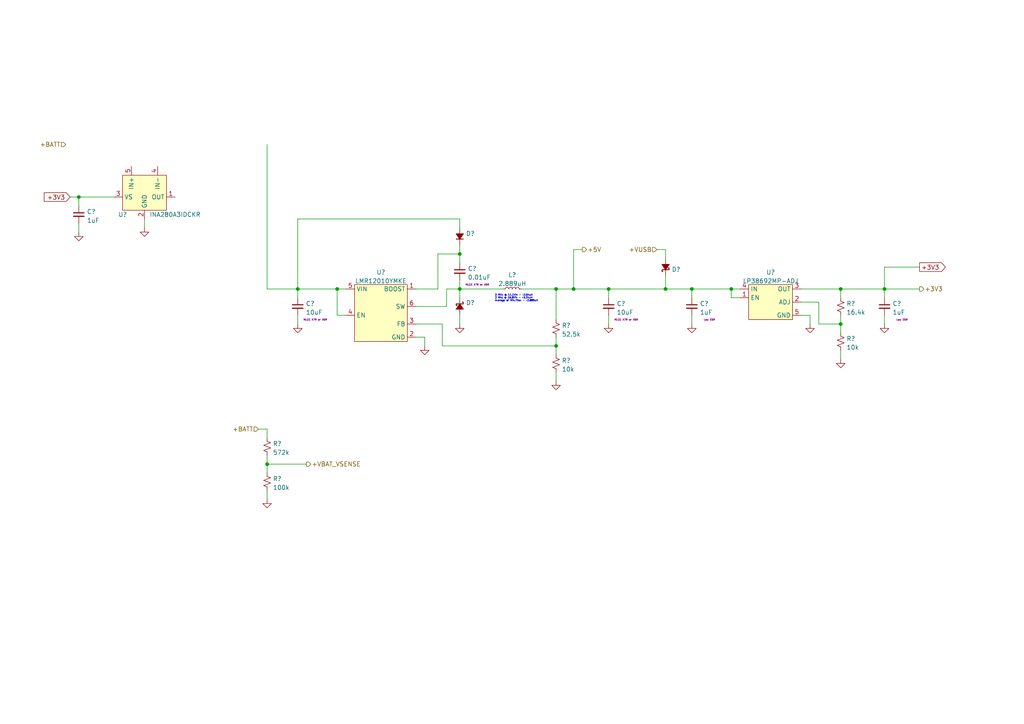
<source format=kicad_sch>
(kicad_sch (version 20211123) (generator eeschema)
  (paper "A4")
  (lib_symbols
    (symbol "Device:C_Small" (pin_numbers hide) (pin_names (offset 0.254) hide)
      (property "Reference" "C" (at 0.254 1.778 0))
      (property "Value" "C_Small" (at 0.254 -2.032 0))
      (symbol "C_Small_0_1"
        (polyline (pts (xy -1.524 -0.508) (xy 1.524 -0.508)) (stroke (width 0.3302)))
        (polyline (pts (xy -1.524 0.508) (xy 1.524 0.508)) (stroke (width 0.3048)))
      )
      (symbol "C_Small_1_1"
        (pin passive line (at 0 2.54 270) (length 2.032) (name "~") (number "1"))
        (pin passive line (at 0 -2.54 90) (length 2.032) (name "~") (number "2"))
      )
    )
    (symbol "Device:D_Schottky_Small_Filled" (pin_numbers hide) (pin_names (offset 0.254) hide)
      (property "Reference" "D" (at -1.27 2.032 0))
      (property "Value" "D_Schottky_Small_Filled" (at -7.112 -2.032 0))
      (symbol "D_Schottky_Small_Filled_0_1"
        (polyline (pts (xy -0.762 0) (xy 0.762 0)))
        (polyline (pts (xy 0.762 -1.016) (xy -0.762 0) (xy 0.762 1.016) (xy 0.762 -1.016)) (stroke (width 0.254)) (fill (type outline)))
        (polyline (pts (xy -1.27 0.762) (xy -1.27 1.016) (xy -0.762 1.016) (xy -0.762 -1.016) (xy -0.254 -1.016) (xy -0.254 -0.762)) (stroke (width 0.254)))
      )
      (symbol "D_Schottky_Small_Filled_1_1"
        (pin passive line (at -2.54 0 0) (length 1.778) (name "K") (number "1"))
        (pin passive line (at 2.54 0 180) (length 1.778) (name "A") (number "2"))
      )
    )
    (symbol "Device:D_Small_Filled" (pin_numbers hide) (pin_names (offset 0.254) hide)
      (property "Reference" "D" (at -1.27 2.032 0))
      (property "Value" "D_Small_Filled" (at -3.81 -2.032 0))
      (symbol "D_Small_Filled_0_1"
        (polyline (pts (xy -0.762 -1.016) (xy -0.762 1.016)) (stroke (width 0.254)))
        (polyline (pts (xy -0.762 0) (xy 0.762 0)))
        (polyline (pts (xy 0.762 -1.016) (xy -0.762 0) (xy 0.762 1.016) (xy 0.762 -1.016)) (stroke (width 0.254)) (fill (type outline)))
      )
      (symbol "D_Small_Filled_1_1"
        (pin passive line (at -2.54 0 0) (length 1.778) (name "K") (number "1"))
        (pin passive line (at 2.54 0 180) (length 1.778) (name "A") (number "2"))
      )
    )
    (symbol "Device:L_Small" (pin_numbers hide) (pin_names (offset 0.254) hide)
      (property "Reference" "L" (at 0.762 1.016 0))
      (property "Value" "L_Small" (at 0.762 -1.016 0))
      (symbol "L_Small_0_1"
        (arc (start 0 -2.032) (mid 0.508 -1.524) (end 0 -1.016))
        (arc (start 0 -1.016) (mid 0.508 -0.508) (end 0 0))
        (arc (start 0 0) (mid 0.508 0.508) (end 0 1.016))
        (arc (start 0 1.016) (mid 0.508 1.524) (end 0 2.032))
      )
      (symbol "L_Small_1_1"
        (pin passive line (at 0 2.54 270) (length 0.508) (name "~") (number "1"))
        (pin passive line (at 0 -2.54 90) (length 0.508) (name "~") (number "2"))
      )
    )
    (symbol "Device:R_Small_US" (pin_numbers hide) (pin_names (offset 0.254) hide)
      (property "Reference" "R" (at 0.762 0.508 0))
      (property "Value" "R_Small_US" (at 0.762 -1.016 0))
      (symbol "R_Small_US_1_1"
        (polyline (pts (xy 0 0) (xy 1.016 -0.381) (xy 0 -0.762) (xy -1.016 -1.143) (xy 0 -1.524)))
        (polyline (pts (xy 0 1.524) (xy 1.016 1.143) (xy 0 0.762) (xy -1.016 0.381) (xy 0 0)))
        (pin passive line (at 0 2.54 270) (length 1.016) (name "~") (number "1"))
        (pin passive line (at 0 -2.54 90) (length 1.016) (name "~") (number "2"))
      )
    )
    (symbol "ProjectSymbols:INA280A3IDCKR"
      (property "Reference" "U" (at 0 30.48 0))
      (property "Value" "INA280A3IDCKR" (at 0 30.48 0))
      (symbol "INA280A3IDCKR_0_0"
        (pin output line (at 2.54 3.81 180) (length 2.54) (name "OUT") (number "1"))
        (pin power_in line (at -6.35 -2.54 90) (length 2.54) (name "GND") (number "2"))
        (pin power_in line (at -15.24 3.81 0) (length 2.54) (name "VS") (number "3"))
        (pin input line (at -2.54 12.7 270) (length 2.54) (name "IN-") (number "4"))
        (pin input line (at -10.16 12.7 270) (length 2.54) (name "IN+") (number "5"))
      )
      (symbol "INA280A3IDCKR_0_1"
        (rectangle (start -12.7 10.16) (end 0 0) (fill (type background)))
      )
    )
    (symbol "ProjectSymbols:LMR12010YMKE"
      (property "Reference" "U?" (at 0 8.6528 0))
      (property "Value" "LMR12010YMKE" (at 0 6.1159 0))
      (symbol "LMR12010YMKE_0_0"
        (pin input line (at 10.16 3.81 180) (length 2.54) (name "BOOST") (number "1"))
        (pin power_in line (at 10.16 -10.16 180) (length 2.54) (name "GND") (number "2"))
        (pin input line (at 10.16 -6.35 180) (length 2.54) (name "FB") (number "3"))
        (pin input line (at -10.16 -3.81 0) (length 2.54) (name "EN") (number "4"))
        (pin power_in line (at -10.16 3.81 0) (length 2.54) (name "VIN") (number "5"))
        (pin output line (at 10.16 -1.27 180) (length 2.54) (name "SW") (number "6"))
      )
      (symbol "LMR12010YMKE_0_1"
        (rectangle (start -7.62 5.08) (end 7.62 -11.43) (fill (type background)))
      )
    )
    (symbol "ProjectSymbols:LP38692MP-ADJ"
      (property "Reference" "U" (at -5.08 6.35 0))
      (property "Value" "LP38692MP-ADJ" (at 0 -6.35 0))
      (symbol "LP38692MP-ADJ_0_0"
        (pin input line (at -8.89 1.27 0) (length 2.54) (name "EN") (number "1"))
        (pin input line (at 8.89 0 180) (length 2.54) (name "ADJ") (number "2"))
        (pin power_out line (at 8.89 3.81 180) (length 2.54) (name "OUT") (number "3"))
        (pin power_in line (at -8.89 3.81 0) (length 2.54) (name "IN") (number "4"))
        (pin power_in line (at 8.89 -3.81 180) (length 2.54) (name "GND") (number "5"))
      )
      (symbol "LP38692MP-ADJ_0_1"
        (rectangle (start -6.35 5.08) (end 6.35 -5.08) (fill (type background)))
      )
    )
    (symbol "power:GND" (power) (pin_names (offset 0))
      (property "Value" "GND" (at 0 -3.81 0))
      (symbol "GND_0_1"
        (polyline (pts (xy 0 0) (xy 0 -1.27) (xy 1.27 -1.27) (xy 0 -2.54) (xy -1.27 -1.27) (xy 0 -1.27)))
      )
      (symbol "GND_1_1"
        (pin power_in line (at 0 0 270) (length 0) hide (name "GND") (number "1"))
      )
    )
  )
  (junction (at 161.29 100.33))
  (junction (at 212.09 83.82))
  (junction (at 133.35 83.82))
  (junction (at 256.54 83.82))
  (junction (at 176.53 83.82))
  (junction (at 243.84 83.82))
  (junction (at 97.79 83.82))
  (junction (at 166.37 83.82))
  (junction (at 22.86 57.15))
  (junction (at 243.84 93.98))
  (junction (at 133.35 73.66))
  (junction (at 86.36 83.82))
  (junction (at 161.29 83.82))
  (junction (at 77.47 134.62))
  (junction (at 200.66 83.82))
  (junction (at 193.04 83.82))
  (wire (pts (xy 129.54 83.82) (xy 133.35 83.82)))
  (wire (pts (xy 127 73.66) (xy 133.35 73.66)))
  (wire (pts (xy 120.65 97.79) (xy 123.19 97.79)))
  (wire (pts (xy 151.13 83.82) (xy 161.29 83.82)))
  (wire (pts (xy 176.53 86.36) (xy 176.53 83.82)))
  (wire (pts (xy 86.36 63.5) (xy 133.35 63.5)))
  (wire (pts (xy 120.65 83.82) (xy 127 83.82)))
  (wire (pts (xy 237.49 87.63) (xy 232.41 87.63)))
  (wire (pts (xy 193.04 83.82) (xy 200.66 83.82)))
  (wire (pts (xy 41.91 63.5) (xy 41.91 66.04)))
  (wire (pts (xy 74.93 124.46) (xy 77.47 124.46)))
  (wire (pts (xy 168.91 72.39) (xy 166.37 72.39)))
  (wire (pts (xy 256.54 83.82) (xy 266.7 83.82)))
  (wire (pts (xy 212.09 83.82) (xy 212.09 86.36)))
  (wire (pts (xy 133.35 83.82) (xy 133.35 86.36)))
  (wire (pts (xy 77.47 132.08) (xy 77.47 134.62)))
  (wire (pts (xy 127 83.82) (xy 127 73.66)))
  (wire (pts (xy 193.04 72.39) (xy 193.04 74.93)))
  (wire (pts (xy 77.47 142.24) (xy 77.47 144.78)))
  (wire (pts (xy 86.36 83.82) (xy 86.36 86.36)))
  (wire (pts (xy 256.54 77.47) (xy 266.7 77.47)))
  (wire (pts (xy 256.54 91.44) (xy 256.54 93.98)))
  (wire (pts (xy 123.19 97.79) (xy 123.19 100.33)))
  (wire (pts (xy 256.54 86.36) (xy 256.54 83.82)))
  (wire (pts (xy 243.84 93.98) (xy 237.49 93.98)))
  (wire (pts (xy 86.36 91.44) (xy 86.36 93.98)))
  (wire (pts (xy 200.66 83.82) (xy 212.09 83.82)))
  (wire (pts (xy 161.29 107.95) (xy 161.29 110.49)))
  (wire (pts (xy 161.29 97.79) (xy 161.29 100.33)))
  (wire (pts (xy 22.86 57.15) (xy 33.02 57.15)))
  (wire (pts (xy 133.35 81.28) (xy 133.35 83.82)))
  (wire (pts (xy 161.29 100.33) (xy 128.27 100.33)))
  (wire (pts (xy 128.27 100.33) (xy 128.27 93.98)))
  (wire (pts (xy 77.47 124.46) (xy 77.47 127)))
  (wire (pts (xy 161.29 83.82) (xy 161.29 92.71)))
  (wire (pts (xy 166.37 83.82) (xy 161.29 83.82)))
  (wire (pts (xy 176.53 83.82) (xy 193.04 83.82)))
  (wire (pts (xy 77.47 134.62) (xy 77.47 137.16)))
  (wire (pts (xy 193.04 80.01) (xy 193.04 83.82)))
  (wire (pts (xy 120.65 88.9) (xy 129.54 88.9)))
  (wire (pts (xy 243.84 83.82) (xy 243.84 86.36)))
  (wire (pts (xy 97.79 83.82) (xy 86.36 83.82)))
  (wire (pts (xy 133.35 63.5) (xy 133.35 66.04)))
  (wire (pts (xy 243.84 91.44) (xy 243.84 93.98)))
  (wire (pts (xy 129.54 88.9) (xy 129.54 83.82)))
  (wire (pts (xy 133.35 73.66) (xy 133.35 76.2)))
  (wire (pts (xy 176.53 91.44) (xy 176.53 93.98)))
  (wire (pts (xy 77.47 134.62) (xy 88.9 134.62)))
  (wire (pts (xy 232.41 83.82) (xy 243.84 83.82)))
  (wire (pts (xy 20.32 57.15) (xy 22.86 57.15)))
  (wire (pts (xy 86.36 83.82) (xy 86.36 63.5)))
  (wire (pts (xy 212.09 83.82) (xy 214.63 83.82)))
  (wire (pts (xy 161.29 100.33) (xy 161.29 102.87)))
  (wire (pts (xy 200.66 91.44) (xy 200.66 93.98)))
  (wire (pts (xy 256.54 83.82) (xy 256.54 77.47)))
  (wire (pts (xy 232.41 91.44) (xy 234.95 91.44)))
  (wire (pts (xy 22.86 64.77) (xy 22.86 67.31)))
  (wire (pts (xy 190.5 72.39) (xy 193.04 72.39)))
  (wire (pts (xy 86.36 83.82) (xy 77.47 83.82)))
  (wire (pts (xy 100.33 91.44) (xy 97.79 91.44)))
  (wire (pts (xy 234.95 91.44) (xy 234.95 93.98)))
  (wire (pts (xy 128.27 93.98) (xy 120.65 93.98)))
  (wire (pts (xy 100.33 83.82) (xy 97.79 83.82)))
  (wire (pts (xy 237.49 93.98) (xy 237.49 87.63)))
  (wire (pts (xy 77.47 41.91) (xy 77.47 83.82)))
  (wire (pts (xy 243.84 83.82) (xy 256.54 83.82)))
  (wire (pts (xy 97.79 91.44) (xy 97.79 83.82)))
  (wire (pts (xy 133.35 91.44) (xy 133.35 93.98)))
  (wire (pts (xy 133.35 71.12) (xy 133.35 73.66)))
  (wire (pts (xy 22.86 57.15) (xy 22.86 59.69)))
  (wire (pts (xy 133.35 83.82) (xy 146.05 83.82)))
  (wire (pts (xy 243.84 101.6) (xy 243.84 104.14)))
  (wire (pts (xy 200.66 83.82) (xy 200.66 86.36)))
  (wire (pts (xy 214.63 86.36) (xy 212.09 86.36)))
  (wire (pts (xy 176.53 83.82) (xy 166.37 83.82)))
  (wire (pts (xy 166.37 72.39) (xy 166.37 83.82)))
  (wire (pts (xy 243.84 93.98) (xy 243.84 96.52)))
  (text "3 MHz @ 11.1Vin - ~2.54uH\n3 Mhz @ 16.8Vin - ~3.24uH\nAverage of Min/Max - ~2.889uH" (at 143.51 87.63 0) (effects (font (size 0.5 0.5)) (justify left bottom)))
  (global_label "+3V3" (shape output) (at 266.7 77.47 0) (property "Intersheet References" "${INTERSHEET_REFS}" (effects hide)))
  (global_label "+3V3" (shape input) (at 20.32 57.15 180) (property "Intersheet References" "${INTERSHEET_REFS}" (effects hide)))
  (hierarchical_label "+BATT" (shape input) (at 19.05 41.91 180))
  (hierarchical_label "+VUSB" (shape input) (at 190.5 72.39 180))
  (hierarchical_label "+BATT" (shape input) (at 74.93 124.46 180))
  (hierarchical_label "+3V3" (shape output) (at 266.7 83.82 0))
  (hierarchical_label "+VBAT_VSENSE" (shape output) (at 88.9 134.62 0))
  (hierarchical_label "+5V" (shape output) (at 168.91 72.39 0))
  (symbol (lib_id "power:GND") (at 133.35 93.98 0) (unit 1)
    (property "Reference" "#PWR?" (effects hide))
    (property "Value" "GND" (effects hide))
  )
  (symbol (lib_id "Device:C_Small") (at 133.35 78.74 0) (unit 1)
    (property "Reference" "C?" (at 135.6741 77.9116 0) (effects (justify left)))
    (property "Value" "0.01uF" (at 135.6741 80.4485 0) (effects (justify left)))
    (property "Note" "MLCC X7R or X5R" (at 138.43 82.55 0) (effects (font (size 0.5 0.5))))
  )
  (symbol (lib_id "power:GND") (at 243.84 104.14 0) (unit 1)
    (property "Reference" "#PWR?" (effects hide))
    (property "Value" "GND" (effects hide))
  )
  (symbol (lib_id "Device:R_Small_US") (at 77.47 129.54 0) (unit 1)
    (property "Reference" "R?" (at 79.121 128.7053 0) (effects (justify left)))
    (property "Value" "572k" (at 79.121 131.2422 0) (effects (justify left)))
  )
  (symbol (lib_id "Device:C_Small") (at 200.66 88.9 0) (unit 1)
    (property "Reference" "C?" (at 202.9841 88.0716 0) (effects (justify left)))
    (property "Value" "1uF" (at 202.9841 90.6085 0) (effects (justify left)))
    (property "Note" "Low ESR" (at 205.74 92.71 0) (effects (font (size 0.5 0.5))))
  )
  (symbol (lib_id "Device:R_Small_US") (at 77.47 139.7 0) (unit 1)
    (property "Reference" "R?" (at 79.121 138.8653 0) (effects (justify left)))
    (property "Value" "100k" (at 79.121 141.4022 0) (effects (justify left)))
  )
  (symbol (lib_id "Device:L_Small") (at 148.59 83.82 90) (unit 1)
    (property "Reference" "L?" (at 148.59 79.7392 90))
    (property "Value" "2.889uH" (at 148.59 82.2761 90))
  )
  (symbol (lib_id "ProjectSymbols:LP38692MP-ADJ") (at 223.52 87.63 0) (unit 1)
    (property "Reference" "U?" (at 223.52 78.9772 0))
    (property "Value" "LP38692MP-ADJ" (at 223.52 81.5141 0))
  )
  (symbol (lib_id "Device:C_Small") (at 86.36 88.9 0) (unit 1)
    (property "Reference" "C?" (at 88.6841 88.0716 0) (effects (justify left)))
    (property "Value" "10uF" (at 88.6841 90.6085 0) (effects (justify left)))
    (property "Note" "MLCC X7R or X5R" (at 91.44 92.71 0) (effects (font (size 0.5 0.5))))
  )
  (symbol (lib_id "Device:D_Small_Filled") (at 133.35 68.58 90) (unit 1)
    (property "Reference" "D?" (at 135.128 67.7453 90) (effects (justify right)))
    (property "Value" "D_Small_Filled" (effects hide))
    (property "MPN" "S1A-13-F" (effects hide))
  )
  (symbol (lib_id "Device:R_Small_US") (at 161.29 105.41 0) (unit 1)
    (property "Reference" "R?" (at 162.941 104.5753 0) (effects (justify left)))
    (property "Value" "10k" (at 162.941 107.1122 0) (effects (justify left)))
  )
  (symbol (lib_id "ProjectSymbols:INA280A3IDCKR") (at 48.26 60.96 0) (unit 1)
    (property "Reference" "U?" (at 35.56 62.23 0))
    (property "Value" "INA280A3IDCKR" (at 50.8 62.23 0))
  )
  (symbol (lib_id "ProjectSymbols:LMR12010YMKE") (at 110.49 87.63 0) (unit 1)
    (property "Reference" "U?" (at 110.49 78.9772 0))
    (property "Value" "LMR12010YMKE" (at 110.49 81.5141 0))
  )
  (symbol (lib_id "power:GND") (at 256.54 93.98 0) (unit 1)
    (property "Reference" "#PWR?" (effects hide))
    (property "Value" "GND" (effects hide))
  )
  (symbol (lib_id "Device:R_Small_US") (at 243.84 99.06 0) (unit 1)
    (property "Reference" "R?" (at 245.491 98.2253 0) (effects (justify left)))
    (property "Value" "10k" (at 245.491 100.7622 0) (effects (justify left)))
  )
  (symbol (lib_id "power:GND") (at 41.91 66.04 0) (unit 1)
    (property "Reference" "#PWR?" (effects hide))
    (property "Value" "GND" (effects hide))
  )
  (symbol (lib_id "power:GND") (at 123.19 100.33 0) (unit 1)
    (property "Reference" "#PWR?" (effects hide))
    (property "Value" "GND" (effects hide))
  )
  (symbol (lib_id "Device:C_Small") (at 176.53 88.9 0) (unit 1)
    (property "Reference" "C?" (at 178.8541 88.0716 0) (effects (justify left)))
    (property "Value" "10uF" (at 178.8541 90.6085 0) (effects (justify left)))
    (property "Note" "MLCC X7R or X5R" (at 181.61 92.71 0) (effects (font (size 0.5 0.5))))
  )
  (symbol (lib_id "power:GND") (at 234.95 93.98 0) (unit 1)
    (property "Reference" "#PWR?" (effects hide))
    (property "Value" "GND" (effects hide))
  )
  (symbol (lib_id "power:GND") (at 200.66 93.98 0) (unit 1)
    (property "Reference" "#PWR?" (effects hide))
    (property "Value" "GND" (effects hide))
  )
  (symbol (lib_id "Device:R_Small_US") (at 243.84 88.9 0) (unit 1)
    (property "Reference" "R?" (at 245.491 88.0653 0) (effects (justify left)))
    (property "Value" "16.4k" (at 245.491 90.6022 0) (effects (justify left)))
  )
  (symbol (lib_id "power:GND") (at 22.86 67.31 0) (unit 1)
    (property "Reference" "#PWR?" (effects hide))
    (property "Value" "GND" (effects hide))
  )
  (symbol (lib_id "Device:C_Small") (at 256.54 88.9 0) (unit 1)
    (property "Reference" "C?" (at 258.8641 88.0716 0) (effects (justify left)))
    (property "Value" "1uF" (at 258.8641 90.6085 0) (effects (justify left)))
    (property "Note" "Low ESR" (at 261.62 92.71 0) (effects (font (size 0.5 0.5))))
  )
  (symbol (lib_id "power:GND") (at 161.29 110.49 0) (unit 1)
    (property "Reference" "#PWR?" (effects hide))
    (property "Value" "GND" (effects hide))
  )
  (symbol (lib_id "power:GND") (at 86.36 93.98 0) (unit 1)
    (property "Reference" "#PWR?" (effects hide))
    (property "Value" "GND" (effects hide))
  )
  (symbol (lib_id "Device:D_Schottky_Small_Filled") (at 193.04 77.47 90) (unit 1)
    (property "Reference" "D?" (at 194.818 78.1578 90) (effects (justify right)))
    (property "Value" "D_Schottky_Small_Filled" (effects hide))
    (property "MPN" "CRS06(TE85L,Q,M)" (effects hide))
  )
  (symbol (lib_id "Device:D_Schottky_Small_Filled") (at 133.35 88.9 270) (unit 1)
    (property "Reference" "D?" (at 135.128 87.8113 90) (effects (justify left)))
    (property "Value" "D_Schottky_Small_Filled" (effects hide))
    (property "MPN" "CRS06(TE85L,Q,M)" (effects hide))
  )
  (symbol (lib_id "Device:C_Small") (at 22.86 62.23 0) (unit 1)
    (property "Reference" "C?" (at 25.1841 61.4016 0) (effects (justify left)))
    (property "Value" "1uF" (at 25.1841 63.9385 0) (effects (justify left)))
  )
  (symbol (lib_id "power:GND") (at 176.53 93.98 0) (unit 1)
    (property "Reference" "#PWR?" (effects hide))
    (property "Value" "GND" (effects hide))
  )
  (symbol (lib_id "Device:R_Small_US") (at 161.29 95.25 0) (unit 1)
    (property "Reference" "R?" (at 162.941 94.4153 0) (effects (justify left)))
    (property "Value" "52.5k" (at 162.941 96.9522 0) (effects (justify left)))
  )
  (symbol (lib_id "power:GND") (at 77.47 144.78 0) (unit 1)
    (property "Reference" "#PWR?" (effects hide))
    (property "Value" "GND" (effects hide))
  )
)
</source>
